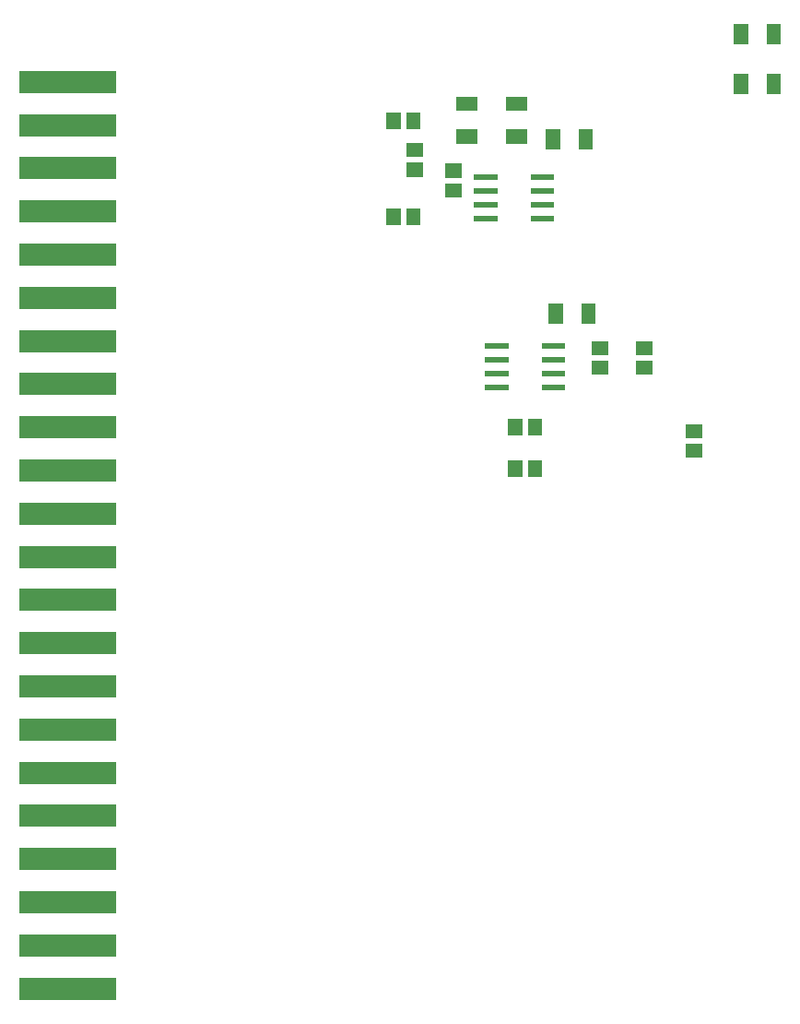
<source format=gtp>
G04 start of page 2 for group 0 layer_idx 9 *
G04 Title: (unknown), top_paste *
G04 Creator: pcb-rnd 2.3.2 *
G04 CreationDate: 2021-07-12 19:07:33 UTC *
G04 For:  *
G04 Format: Gerber/RS-274X *
G04 PCB-Dimensions: 1000000 1000000 *
G04 PCB-Coordinate-Origin: lower left *
%MOIN*%
%FSLAX25Y25*%
%LNTOP_PASTE_NONE_0*%
%ADD100C,0.0001*%
G54D100*G36*
X243103Y883589D02*X237985D01*
Y877685D01*
X243103D01*
Y883589D01*
G37*
G36*
X256260Y889464D02*Y884346D01*
X263740D01*
Y889464D01*
X256260D01*
G37*
G36*
X262500Y856500D02*X271000D01*
Y854500D01*
X262500D01*
Y856500D01*
G37*
G36*
X252049Y865282D02*Y860164D01*
X257953D01*
Y865282D01*
X252049D01*
G37*
G36*
X238049Y865653D02*Y860535D01*
X243953D01*
Y865653D01*
X238049D01*
G37*
G36*
Y872739D02*Y867621D01*
X243953D01*
Y872739D01*
X238049D01*
G37*
G36*
X256260Y877654D02*Y872536D01*
X263740D01*
Y877654D01*
X256260D01*
G37*
G36*
X293654Y877740D02*X288536D01*
Y870260D01*
X293654D01*
Y877740D01*
G37*
G36*
X262500Y851500D02*X271000D01*
Y849500D01*
X262500D01*
Y851500D01*
G37*
G36*
Y846500D02*X271000D01*
Y844500D01*
X262500D01*
Y846500D01*
G37*
G36*
X243102Y848952D02*X237984D01*
Y843048D01*
X243102D01*
Y848952D01*
G37*
G36*
X252049Y858196D02*Y853078D01*
X257953D01*
Y858196D01*
X252049D01*
G37*
G36*
X262500Y861500D02*X271000D01*
Y859500D01*
X262500D01*
Y861500D01*
G37*
G36*
X291500Y854500D02*X283000D01*
Y856500D01*
X291500D01*
Y854500D01*
G37*
G36*
X274260Y877654D02*Y872536D01*
X281740D01*
Y877654D01*
X274260D01*
G37*
G36*
Y889464D02*Y884346D01*
X281740D01*
Y889464D01*
X274260D01*
G37*
G36*
X291500Y849500D02*X283000D01*
Y851500D01*
X291500D01*
Y849500D01*
G37*
G36*
Y844500D02*X283000D01*
Y846500D01*
X291500D01*
Y844500D01*
G37*
G36*
Y859500D02*X283000D01*
Y861500D01*
X291500D01*
Y859500D01*
G37*
G36*
X305464Y877740D02*X300346D01*
Y870260D01*
X305464D01*
Y877740D01*
G37*
G36*
X361654Y897740D02*X356536D01*
Y890260D01*
X361654D01*
Y897740D01*
G37*
G36*
Y915740D02*X356536D01*
Y908260D01*
X361654D01*
Y915740D01*
G37*
G36*
X373464Y897740D02*X368346D01*
Y890260D01*
X373464D01*
Y897740D01*
G37*
G36*
Y915740D02*X368346D01*
Y908260D01*
X373464D01*
Y915740D01*
G37*
G36*
X236017Y883589D02*X230899D01*
Y877685D01*
X236017D01*
Y883589D01*
G37*
G36*
X236016Y848952D02*X230898D01*
Y843048D01*
X236016D01*
Y848952D01*
G37*
G36*
X295500Y798500D02*X287000D01*
Y800500D01*
X295500D01*
Y798500D01*
G37*
G36*
X294654Y814740D02*X289536D01*
Y807260D01*
X294654D01*
Y814740D01*
G37*
G36*
X305048Y801102D02*Y795984D01*
X310952D01*
Y801102D01*
X305048D01*
G37*
G36*
X266500Y800500D02*X275000D01*
Y798500D01*
X266500D01*
Y800500D01*
G37*
G36*
X306464Y814740D02*X301346D01*
Y807260D01*
X306464D01*
Y814740D01*
G37*
G36*
X266500Y795500D02*X275000D01*
Y793500D01*
X266500D01*
Y795500D01*
G37*
G36*
X295500Y793500D02*X287000D01*
Y795500D01*
X295500D01*
Y793500D01*
G37*
G36*
X305048Y794016D02*Y788898D01*
X310952D01*
Y794016D01*
X305048D01*
G37*
G36*
X321048D02*Y788898D01*
X326952D01*
Y794016D01*
X321048D01*
G37*
G36*
Y801102D02*Y795984D01*
X326952D01*
Y801102D01*
X321048D01*
G37*
G36*
X266500Y790500D02*X275000D01*
Y788500D01*
X266500D01*
Y790500D01*
G37*
G36*
Y785500D02*X275000D01*
Y783500D01*
X266500D01*
Y785500D01*
G37*
G36*
X295500Y788500D02*X287000D01*
Y790500D01*
X295500D01*
Y788500D01*
G37*
G36*
Y783500D02*X287000D01*
Y785500D01*
X295500D01*
Y783500D01*
G37*
G36*
X339048Y764016D02*Y758898D01*
X344952D01*
Y764016D01*
X339048D01*
G37*
G36*
Y771102D02*Y765984D01*
X344952D01*
Y771102D01*
X339048D01*
G37*
G36*
X280016Y757952D02*X274898D01*
Y752048D01*
X280016D01*
Y757952D01*
G37*
G36*
X287102D02*X281984D01*
Y752048D01*
X287102D01*
Y757952D01*
G37*
G36*
X280016Y772952D02*X274898D01*
Y767048D01*
X280016D01*
Y772952D01*
G37*
G36*
X287102D02*X281984D01*
Y767048D01*
X287102D01*
Y772952D01*
G37*
G36*
X133000Y890800D02*Y898800D01*
X98000D01*
Y890800D01*
X133000D01*
G37*
G36*
Y875200D02*Y883200D01*
X98000D01*
Y875200D01*
X133000D01*
G37*
G36*
Y859600D02*Y867600D01*
X98000D01*
Y859600D01*
X133000D01*
G37*
G36*
Y844000D02*Y852000D01*
X98000D01*
Y844000D01*
X133000D01*
G37*
G36*
Y828400D02*Y836400D01*
X98000D01*
Y828400D01*
X133000D01*
G37*
G36*
Y812800D02*Y820800D01*
X98000D01*
Y812800D01*
X133000D01*
G37*
G36*
Y797200D02*Y805200D01*
X98000D01*
Y797200D01*
X133000D01*
G37*
G36*
Y781600D02*Y789600D01*
X98000D01*
Y781600D01*
X133000D01*
G37*
G36*
Y766000D02*Y774000D01*
X98000D01*
Y766000D01*
X133000D01*
G37*
G36*
Y750400D02*Y758400D01*
X98000D01*
Y750400D01*
X133000D01*
G37*
G36*
Y734800D02*Y742800D01*
X98000D01*
Y734800D01*
X133000D01*
G37*
G36*
Y719200D02*Y727200D01*
X98000D01*
Y719200D01*
X133000D01*
G37*
G36*
Y703600D02*Y711600D01*
X98000D01*
Y703600D01*
X133000D01*
G37*
G36*
Y688000D02*Y696000D01*
X98000D01*
Y688000D01*
X133000D01*
G37*
G36*
Y672400D02*Y680400D01*
X98000D01*
Y672400D01*
X133000D01*
G37*
G36*
Y656800D02*Y664800D01*
X98000D01*
Y656800D01*
X133000D01*
G37*
G36*
Y641200D02*Y649200D01*
X98000D01*
Y641200D01*
X133000D01*
G37*
G36*
Y625600D02*Y633600D01*
X98000D01*
Y625600D01*
X133000D01*
G37*
G36*
Y610000D02*Y618000D01*
X98000D01*
Y610000D01*
X133000D01*
G37*
G36*
Y594400D02*Y602400D01*
X98000D01*
Y594400D01*
X133000D01*
G37*
G36*
Y578800D02*Y586800D01*
X98000D01*
Y578800D01*
X133000D01*
G37*
G36*
Y563200D02*Y571200D01*
X98000D01*
Y563200D01*
X133000D01*
G37*
M02*

</source>
